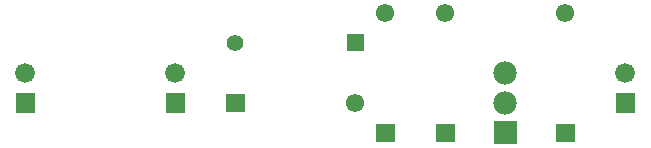
<source format=gbr>
G04 start of page 6 for group -4063 idx -4063 *
G04 Title: (unknown), componentmask *
G04 Creator: pcb 20110918 *
G04 CreationDate: Sat 01 Jun 2013 09:41:12 PM GMT UTC *
G04 For: commonadmin *
G04 Format: Gerber/RS-274X *
G04 PCB-Dimensions: 600000 500000 *
G04 PCB-Coordinate-Origin: lower left *
%MOIN*%
%FSLAX25Y25*%
%LNTOPMASK*%
%ADD39C,0.0780*%
%ADD38C,0.0560*%
%ADD37C,0.0660*%
%ADD36C,0.0610*%
%ADD35C,0.0001*%
G54D35*G36*
X146950Y23050D02*Y16950D01*
X153050D01*
Y23050D01*
X146950D01*
G37*
G54D36*X150000Y60000D03*
G54D35*G36*
X137200Y52800D02*Y47200D01*
X142800D01*
Y52800D01*
X137200D01*
G37*
G54D36*X140000Y30000D03*
G54D35*G36*
X76700Y33300D02*Y26700D01*
X83300D01*
Y33300D01*
X76700D01*
G37*
G54D37*X80000Y40000D03*
G54D35*G36*
X26700Y33300D02*Y26700D01*
X33300D01*
Y33300D01*
X26700D01*
G37*
G54D37*X30000Y40000D03*
G54D38*X100000Y50000D03*
G54D35*G36*
X96950Y33050D02*Y26950D01*
X103050D01*
Y33050D01*
X96950D01*
G37*
G36*
X186100Y23900D02*Y16100D01*
X193900D01*
Y23900D01*
X186100D01*
G37*
G36*
X226700Y33300D02*Y26700D01*
X233300D01*
Y33300D01*
X226700D01*
G37*
G54D37*X230000Y40000D03*
G54D35*G36*
X206950Y23050D02*Y16950D01*
X213050D01*
Y23050D01*
X206950D01*
G37*
G54D36*X210000Y60000D03*
G54D39*X190000Y30000D03*
Y40000D03*
G54D35*G36*
X166950Y23050D02*Y16950D01*
X173050D01*
Y23050D01*
X166950D01*
G37*
G54D36*X170000Y60000D03*
M02*

</source>
